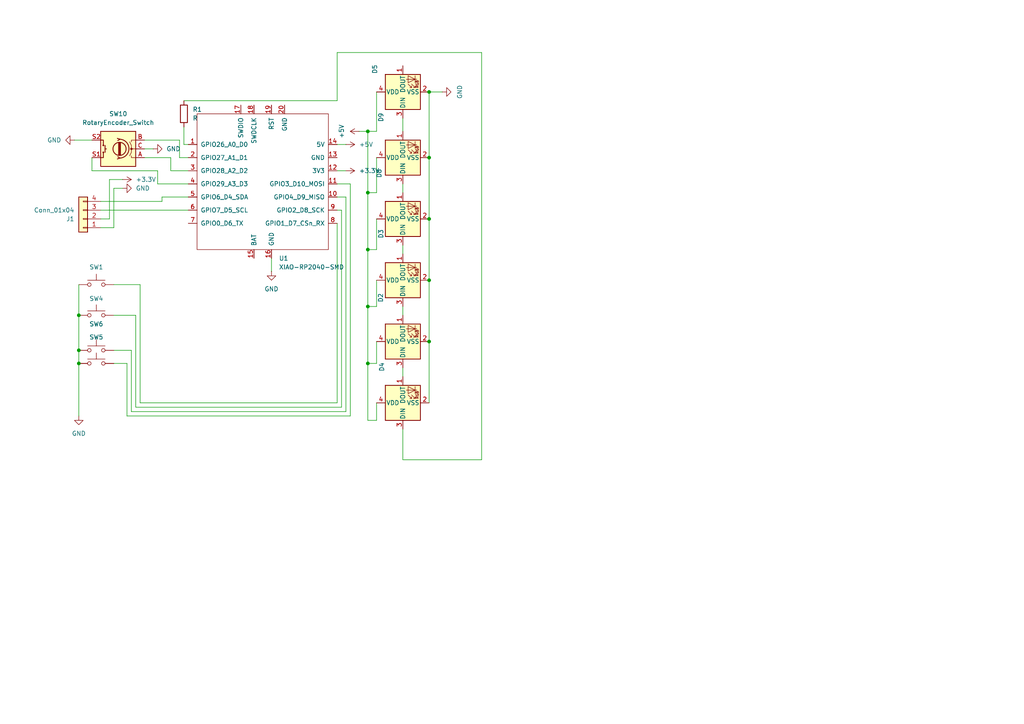
<source format=kicad_sch>
(kicad_sch
	(version 20250114)
	(generator "eeschema")
	(generator_version "9.0")
	(uuid "dbe3d309-a94f-4d05-8297-181c4c6fd959")
	(paper "A4")
	(lib_symbols
		(symbol "Connector_Generic:Conn_01x04"
			(pin_names
				(offset 1.016)
				(hide yes)
			)
			(exclude_from_sim no)
			(in_bom yes)
			(on_board yes)
			(property "Reference" "J"
				(at 0 5.08 0)
				(effects
					(font
						(size 1.27 1.27)
					)
				)
			)
			(property "Value" "Conn_01x04"
				(at 0 -7.62 0)
				(effects
					(font
						(size 1.27 1.27)
					)
				)
			)
			(property "Footprint" ""
				(at 0 0 0)
				(effects
					(font
						(size 1.27 1.27)
					)
					(hide yes)
				)
			)
			(property "Datasheet" "~"
				(at 0 0 0)
				(effects
					(font
						(size 1.27 1.27)
					)
					(hide yes)
				)
			)
			(property "Description" "Generic connector, single row, 01x04, script generated (kicad-library-utils/schlib/autogen/connector/)"
				(at 0 0 0)
				(effects
					(font
						(size 1.27 1.27)
					)
					(hide yes)
				)
			)
			(property "ki_keywords" "connector"
				(at 0 0 0)
				(effects
					(font
						(size 1.27 1.27)
					)
					(hide yes)
				)
			)
			(property "ki_fp_filters" "Connector*:*_1x??_*"
				(at 0 0 0)
				(effects
					(font
						(size 1.27 1.27)
					)
					(hide yes)
				)
			)
			(symbol "Conn_01x04_1_1"
				(rectangle
					(start -1.27 3.81)
					(end 1.27 -6.35)
					(stroke
						(width 0.254)
						(type default)
					)
					(fill
						(type background)
					)
				)
				(rectangle
					(start -1.27 2.667)
					(end 0 2.413)
					(stroke
						(width 0.1524)
						(type default)
					)
					(fill
						(type none)
					)
				)
				(rectangle
					(start -1.27 0.127)
					(end 0 -0.127)
					(stroke
						(width 0.1524)
						(type default)
					)
					(fill
						(type none)
					)
				)
				(rectangle
					(start -1.27 -2.413)
					(end 0 -2.667)
					(stroke
						(width 0.1524)
						(type default)
					)
					(fill
						(type none)
					)
				)
				(rectangle
					(start -1.27 -4.953)
					(end 0 -5.207)
					(stroke
						(width 0.1524)
						(type default)
					)
					(fill
						(type none)
					)
				)
				(pin passive line
					(at -5.08 2.54 0)
					(length 3.81)
					(name "Pin_1"
						(effects
							(font
								(size 1.27 1.27)
							)
						)
					)
					(number "1"
						(effects
							(font
								(size 1.27 1.27)
							)
						)
					)
				)
				(pin passive line
					(at -5.08 0 0)
					(length 3.81)
					(name "Pin_2"
						(effects
							(font
								(size 1.27 1.27)
							)
						)
					)
					(number "2"
						(effects
							(font
								(size 1.27 1.27)
							)
						)
					)
				)
				(pin passive line
					(at -5.08 -2.54 0)
					(length 3.81)
					(name "Pin_3"
						(effects
							(font
								(size 1.27 1.27)
							)
						)
					)
					(number "3"
						(effects
							(font
								(size 1.27 1.27)
							)
						)
					)
				)
				(pin passive line
					(at -5.08 -5.08 0)
					(length 3.81)
					(name "Pin_4"
						(effects
							(font
								(size 1.27 1.27)
							)
						)
					)
					(number "4"
						(effects
							(font
								(size 1.27 1.27)
							)
						)
					)
				)
			)
			(embedded_fonts no)
		)
		(symbol "Device:R"
			(pin_numbers
				(hide yes)
			)
			(pin_names
				(offset 0)
			)
			(exclude_from_sim no)
			(in_bom yes)
			(on_board yes)
			(property "Reference" "R"
				(at 2.032 0 90)
				(effects
					(font
						(size 1.27 1.27)
					)
				)
			)
			(property "Value" "R"
				(at 0 0 90)
				(effects
					(font
						(size 1.27 1.27)
					)
				)
			)
			(property "Footprint" ""
				(at -1.778 0 90)
				(effects
					(font
						(size 1.27 1.27)
					)
					(hide yes)
				)
			)
			(property "Datasheet" "~"
				(at 0 0 0)
				(effects
					(font
						(size 1.27 1.27)
					)
					(hide yes)
				)
			)
			(property "Description" "Resistor"
				(at 0 0 0)
				(effects
					(font
						(size 1.27 1.27)
					)
					(hide yes)
				)
			)
			(property "ki_keywords" "R res resistor"
				(at 0 0 0)
				(effects
					(font
						(size 1.27 1.27)
					)
					(hide yes)
				)
			)
			(property "ki_fp_filters" "R_*"
				(at 0 0 0)
				(effects
					(font
						(size 1.27 1.27)
					)
					(hide yes)
				)
			)
			(symbol "R_0_1"
				(rectangle
					(start -1.016 -2.54)
					(end 1.016 2.54)
					(stroke
						(width 0.254)
						(type default)
					)
					(fill
						(type none)
					)
				)
			)
			(symbol "R_1_1"
				(pin passive line
					(at 0 3.81 270)
					(length 1.27)
					(name "~"
						(effects
							(font
								(size 1.27 1.27)
							)
						)
					)
					(number "1"
						(effects
							(font
								(size 1.27 1.27)
							)
						)
					)
				)
				(pin passive line
					(at 0 -3.81 90)
					(length 1.27)
					(name "~"
						(effects
							(font
								(size 1.27 1.27)
							)
						)
					)
					(number "2"
						(effects
							(font
								(size 1.27 1.27)
							)
						)
					)
				)
			)
			(embedded_fonts no)
		)
		(symbol "Device:RotaryEncoder_Switch"
			(pin_names
				(offset 0.254)
				(hide yes)
			)
			(exclude_from_sim no)
			(in_bom yes)
			(on_board yes)
			(property "Reference" "SW"
				(at 0 6.604 0)
				(effects
					(font
						(size 1.27 1.27)
					)
				)
			)
			(property "Value" "RotaryEncoder_Switch"
				(at 0 -6.604 0)
				(effects
					(font
						(size 1.27 1.27)
					)
				)
			)
			(property "Footprint" ""
				(at -3.81 4.064 0)
				(effects
					(font
						(size 1.27 1.27)
					)
					(hide yes)
				)
			)
			(property "Datasheet" "~"
				(at 0 6.604 0)
				(effects
					(font
						(size 1.27 1.27)
					)
					(hide yes)
				)
			)
			(property "Description" "Rotary encoder, dual channel, incremental quadrate outputs, with switch"
				(at 0 0 0)
				(effects
					(font
						(size 1.27 1.27)
					)
					(hide yes)
				)
			)
			(property "ki_keywords" "rotary switch encoder switch push button"
				(at 0 0 0)
				(effects
					(font
						(size 1.27 1.27)
					)
					(hide yes)
				)
			)
			(property "ki_fp_filters" "RotaryEncoder*Switch*"
				(at 0 0 0)
				(effects
					(font
						(size 1.27 1.27)
					)
					(hide yes)
				)
			)
			(symbol "RotaryEncoder_Switch_0_1"
				(rectangle
					(start -5.08 5.08)
					(end 5.08 -5.08)
					(stroke
						(width 0.254)
						(type default)
					)
					(fill
						(type background)
					)
				)
				(polyline
					(pts
						(xy -5.08 2.54) (xy -3.81 2.54) (xy -3.81 2.032)
					)
					(stroke
						(width 0)
						(type default)
					)
					(fill
						(type none)
					)
				)
				(polyline
					(pts
						(xy -5.08 0) (xy -3.81 0) (xy -3.81 -1.016) (xy -3.302 -2.032)
					)
					(stroke
						(width 0)
						(type default)
					)
					(fill
						(type none)
					)
				)
				(polyline
					(pts
						(xy -5.08 -2.54) (xy -3.81 -2.54) (xy -3.81 -2.032)
					)
					(stroke
						(width 0)
						(type default)
					)
					(fill
						(type none)
					)
				)
				(polyline
					(pts
						(xy -4.318 0) (xy -3.81 0) (xy -3.81 1.016) (xy -3.302 2.032)
					)
					(stroke
						(width 0)
						(type default)
					)
					(fill
						(type none)
					)
				)
				(circle
					(center -3.81 0)
					(radius 0.254)
					(stroke
						(width 0)
						(type default)
					)
					(fill
						(type outline)
					)
				)
				(polyline
					(pts
						(xy -0.635 -1.778) (xy -0.635 1.778)
					)
					(stroke
						(width 0.254)
						(type default)
					)
					(fill
						(type none)
					)
				)
				(circle
					(center -0.381 0)
					(radius 1.905)
					(stroke
						(width 0.254)
						(type default)
					)
					(fill
						(type none)
					)
				)
				(polyline
					(pts
						(xy -0.381 -1.778) (xy -0.381 1.778)
					)
					(stroke
						(width 0.254)
						(type default)
					)
					(fill
						(type none)
					)
				)
				(arc
					(start -0.381 -2.794)
					(mid -3.0988 -0.0635)
					(end -0.381 2.667)
					(stroke
						(width 0.254)
						(type default)
					)
					(fill
						(type none)
					)
				)
				(polyline
					(pts
						(xy -0.127 1.778) (xy -0.127 -1.778)
					)
					(stroke
						(width 0.254)
						(type default)
					)
					(fill
						(type none)
					)
				)
				(polyline
					(pts
						(xy 0.254 2.921) (xy -0.508 2.667) (xy 0.127 2.286)
					)
					(stroke
						(width 0.254)
						(type default)
					)
					(fill
						(type none)
					)
				)
				(polyline
					(pts
						(xy 0.254 -3.048) (xy -0.508 -2.794) (xy 0.127 -2.413)
					)
					(stroke
						(width 0.254)
						(type default)
					)
					(fill
						(type none)
					)
				)
				(polyline
					(pts
						(xy 3.81 1.016) (xy 3.81 -1.016)
					)
					(stroke
						(width 0.254)
						(type default)
					)
					(fill
						(type none)
					)
				)
				(polyline
					(pts
						(xy 3.81 0) (xy 3.429 0)
					)
					(stroke
						(width 0.254)
						(type default)
					)
					(fill
						(type none)
					)
				)
				(circle
					(center 4.318 1.016)
					(radius 0.127)
					(stroke
						(width 0.254)
						(type default)
					)
					(fill
						(type none)
					)
				)
				(circle
					(center 4.318 -1.016)
					(radius 0.127)
					(stroke
						(width 0.254)
						(type default)
					)
					(fill
						(type none)
					)
				)
				(polyline
					(pts
						(xy 5.08 2.54) (xy 4.318 2.54) (xy 4.318 1.016)
					)
					(stroke
						(width 0.254)
						(type default)
					)
					(fill
						(type none)
					)
				)
				(polyline
					(pts
						(xy 5.08 -2.54) (xy 4.318 -2.54) (xy 4.318 -1.016)
					)
					(stroke
						(width 0.254)
						(type default)
					)
					(fill
						(type none)
					)
				)
			)
			(symbol "RotaryEncoder_Switch_1_1"
				(pin passive line
					(at -7.62 2.54 0)
					(length 2.54)
					(name "A"
						(effects
							(font
								(size 1.27 1.27)
							)
						)
					)
					(number "A"
						(effects
							(font
								(size 1.27 1.27)
							)
						)
					)
				)
				(pin passive line
					(at -7.62 0 0)
					(length 2.54)
					(name "C"
						(effects
							(font
								(size 1.27 1.27)
							)
						)
					)
					(number "C"
						(effects
							(font
								(size 1.27 1.27)
							)
						)
					)
				)
				(pin passive line
					(at -7.62 -2.54 0)
					(length 2.54)
					(name "B"
						(effects
							(font
								(size 1.27 1.27)
							)
						)
					)
					(number "B"
						(effects
							(font
								(size 1.27 1.27)
							)
						)
					)
				)
				(pin passive line
					(at 7.62 2.54 180)
					(length 2.54)
					(name "S1"
						(effects
							(font
								(size 1.27 1.27)
							)
						)
					)
					(number "S1"
						(effects
							(font
								(size 1.27 1.27)
							)
						)
					)
				)
				(pin passive line
					(at 7.62 -2.54 180)
					(length 2.54)
					(name "S2"
						(effects
							(font
								(size 1.27 1.27)
							)
						)
					)
					(number "S2"
						(effects
							(font
								(size 1.27 1.27)
							)
						)
					)
				)
			)
			(embedded_fonts no)
		)
		(symbol "LED:SK6812MINI"
			(pin_names
				(offset 0.254)
			)
			(exclude_from_sim no)
			(in_bom yes)
			(on_board yes)
			(property "Reference" "D"
				(at 5.08 5.715 0)
				(effects
					(font
						(size 1.27 1.27)
					)
					(justify right bottom)
				)
			)
			(property "Value" "SK6812MINI"
				(at 1.27 -5.715 0)
				(effects
					(font
						(size 1.27 1.27)
					)
					(justify left top)
				)
			)
			(property "Footprint" "LED_SMD:LED_SK6812MINI_PLCC4_3.5x3.5mm_P1.75mm"
				(at 1.27 -7.62 0)
				(effects
					(font
						(size 1.27 1.27)
					)
					(justify left top)
					(hide yes)
				)
			)
			(property "Datasheet" "https://cdn-shop.adafruit.com/product-files/2686/SK6812MINI_REV.01-1-2.pdf"
				(at 2.54 -9.525 0)
				(effects
					(font
						(size 1.27 1.27)
					)
					(justify left top)
					(hide yes)
				)
			)
			(property "Description" "RGB LED with integrated controller"
				(at 0 0 0)
				(effects
					(font
						(size 1.27 1.27)
					)
					(hide yes)
				)
			)
			(property "ki_keywords" "RGB LED NeoPixel Mini addressable"
				(at 0 0 0)
				(effects
					(font
						(size 1.27 1.27)
					)
					(hide yes)
				)
			)
			(property "ki_fp_filters" "LED*SK6812MINI*PLCC*3.5x3.5mm*P1.75mm*"
				(at 0 0 0)
				(effects
					(font
						(size 1.27 1.27)
					)
					(hide yes)
				)
			)
			(symbol "SK6812MINI_0_0"
				(text "RGB"
					(at 2.286 -4.191 0)
					(effects
						(font
							(size 0.762 0.762)
						)
					)
				)
			)
			(symbol "SK6812MINI_0_1"
				(polyline
					(pts
						(xy 1.27 -2.54) (xy 1.778 -2.54)
					)
					(stroke
						(width 0)
						(type default)
					)
					(fill
						(type none)
					)
				)
				(polyline
					(pts
						(xy 1.27 -3.556) (xy 1.778 -3.556)
					)
					(stroke
						(width 0)
						(type default)
					)
					(fill
						(type none)
					)
				)
				(polyline
					(pts
						(xy 2.286 -1.524) (xy 1.27 -2.54) (xy 1.27 -2.032)
					)
					(stroke
						(width 0)
						(type default)
					)
					(fill
						(type none)
					)
				)
				(polyline
					(pts
						(xy 2.286 -2.54) (xy 1.27 -3.556) (xy 1.27 -3.048)
					)
					(stroke
						(width 0)
						(type default)
					)
					(fill
						(type none)
					)
				)
				(polyline
					(pts
						(xy 3.683 -1.016) (xy 3.683 -3.556) (xy 3.683 -4.064)
					)
					(stroke
						(width 0)
						(type default)
					)
					(fill
						(type none)
					)
				)
				(polyline
					(pts
						(xy 4.699 -1.524) (xy 2.667 -1.524) (xy 3.683 -3.556) (xy 4.699 -1.524)
					)
					(stroke
						(width 0)
						(type default)
					)
					(fill
						(type none)
					)
				)
				(polyline
					(pts
						(xy 4.699 -3.556) (xy 2.667 -3.556)
					)
					(stroke
						(width 0)
						(type default)
					)
					(fill
						(type none)
					)
				)
				(rectangle
					(start 5.08 5.08)
					(end -5.08 -5.08)
					(stroke
						(width 0.254)
						(type default)
					)
					(fill
						(type background)
					)
				)
			)
			(symbol "SK6812MINI_1_1"
				(pin input line
					(at -7.62 0 0)
					(length 2.54)
					(name "DIN"
						(effects
							(font
								(size 1.27 1.27)
							)
						)
					)
					(number "3"
						(effects
							(font
								(size 1.27 1.27)
							)
						)
					)
				)
				(pin power_in line
					(at 0 7.62 270)
					(length 2.54)
					(name "VDD"
						(effects
							(font
								(size 1.27 1.27)
							)
						)
					)
					(number "4"
						(effects
							(font
								(size 1.27 1.27)
							)
						)
					)
				)
				(pin power_in line
					(at 0 -7.62 90)
					(length 2.54)
					(name "VSS"
						(effects
							(font
								(size 1.27 1.27)
							)
						)
					)
					(number "2"
						(effects
							(font
								(size 1.27 1.27)
							)
						)
					)
				)
				(pin output line
					(at 7.62 0 180)
					(length 2.54)
					(name "DOUT"
						(effects
							(font
								(size 1.27 1.27)
							)
						)
					)
					(number "1"
						(effects
							(font
								(size 1.27 1.27)
							)
						)
					)
				)
			)
			(embedded_fonts no)
		)
		(symbol "Switch:SW_Push"
			(pin_numbers
				(hide yes)
			)
			(pin_names
				(offset 1.016)
				(hide yes)
			)
			(exclude_from_sim no)
			(in_bom yes)
			(on_board yes)
			(property "Reference" "SW"
				(at 1.27 2.54 0)
				(effects
					(font
						(size 1.27 1.27)
					)
					(justify left)
				)
			)
			(property "Value" "SW_Push"
				(at 0 -1.524 0)
				(effects
					(font
						(size 1.27 1.27)
					)
				)
			)
			(property "Footprint" ""
				(at 0 5.08 0)
				(effects
					(font
						(size 1.27 1.27)
					)
					(hide yes)
				)
			)
			(property "Datasheet" "~"
				(at 0 5.08 0)
				(effects
					(font
						(size 1.27 1.27)
					)
					(hide yes)
				)
			)
			(property "Description" "Push button switch, generic, two pins"
				(at 0 0 0)
				(effects
					(font
						(size 1.27 1.27)
					)
					(hide yes)
				)
			)
			(property "ki_keywords" "switch normally-open pushbutton push-button"
				(at 0 0 0)
				(effects
					(font
						(size 1.27 1.27)
					)
					(hide yes)
				)
			)
			(symbol "SW_Push_0_1"
				(circle
					(center -2.032 0)
					(radius 0.508)
					(stroke
						(width 0)
						(type default)
					)
					(fill
						(type none)
					)
				)
				(polyline
					(pts
						(xy 0 1.27) (xy 0 3.048)
					)
					(stroke
						(width 0)
						(type default)
					)
					(fill
						(type none)
					)
				)
				(circle
					(center 2.032 0)
					(radius 0.508)
					(stroke
						(width 0)
						(type default)
					)
					(fill
						(type none)
					)
				)
				(polyline
					(pts
						(xy 2.54 1.27) (xy -2.54 1.27)
					)
					(stroke
						(width 0)
						(type default)
					)
					(fill
						(type none)
					)
				)
				(pin passive line
					(at -5.08 0 0)
					(length 2.54)
					(name "1"
						(effects
							(font
								(size 1.27 1.27)
							)
						)
					)
					(number "1"
						(effects
							(font
								(size 1.27 1.27)
							)
						)
					)
				)
				(pin passive line
					(at 5.08 0 180)
					(length 2.54)
					(name "2"
						(effects
							(font
								(size 1.27 1.27)
							)
						)
					)
					(number "2"
						(effects
							(font
								(size 1.27 1.27)
							)
						)
					)
				)
			)
			(embedded_fonts no)
		)
		(symbol "opl:XIAO-RP2040-SMD"
			(pin_names
				(offset 1.016)
			)
			(exclude_from_sim no)
			(in_bom yes)
			(on_board yes)
			(property "Reference" "U"
				(at -18.542 23.114 0)
				(effects
					(font
						(size 1.27 1.27)
					)
				)
			)
			(property "Value" "XIAO-RP2040-SMD"
				(at -8.382 21.336 0)
				(effects
					(font
						(size 1.27 1.27)
					)
				)
			)
			(property "Footprint" ""
				(at -8.89 5.08 0)
				(effects
					(font
						(size 1.27 1.27)
					)
					(hide yes)
				)
			)
			(property "Datasheet" ""
				(at -8.89 5.08 0)
				(effects
					(font
						(size 1.27 1.27)
					)
					(hide yes)
				)
			)
			(property "Description" ""
				(at 0 0 0)
				(effects
					(font
						(size 1.27 1.27)
					)
					(hide yes)
				)
			)
			(symbol "XIAO-RP2040-SMD_0_1"
				(rectangle
					(start 19.05 -19.05)
					(end -19.05 20.32)
					(stroke
						(width 0)
						(type default)
					)
					(fill
						(type none)
					)
				)
			)
			(symbol "XIAO-RP2040-SMD_1_1"
				(pin passive line
					(at -21.59 11.43 0)
					(length 2.54)
					(name "GPIO26_A0_D0"
						(effects
							(font
								(size 1.27 1.27)
							)
						)
					)
					(number "1"
						(effects
							(font
								(size 1.27 1.27)
							)
						)
					)
				)
				(pin passive line
					(at -21.59 7.62 0)
					(length 2.54)
					(name "GPIO27_A1_D1"
						(effects
							(font
								(size 1.27 1.27)
							)
						)
					)
					(number "2"
						(effects
							(font
								(size 1.27 1.27)
							)
						)
					)
				)
				(pin passive line
					(at -21.59 3.81 0)
					(length 2.54)
					(name "GPIO28_A2_D2"
						(effects
							(font
								(size 1.27 1.27)
							)
						)
					)
					(number "3"
						(effects
							(font
								(size 1.27 1.27)
							)
						)
					)
				)
				(pin passive line
					(at -21.59 0 0)
					(length 2.54)
					(name "GPIO29_A3_D3"
						(effects
							(font
								(size 1.27 1.27)
							)
						)
					)
					(number "4"
						(effects
							(font
								(size 1.27 1.27)
							)
						)
					)
				)
				(pin passive line
					(at -21.59 -3.81 0)
					(length 2.54)
					(name "GPIO6_D4_SDA"
						(effects
							(font
								(size 1.27 1.27)
							)
						)
					)
					(number "5"
						(effects
							(font
								(size 1.27 1.27)
							)
						)
					)
				)
				(pin passive line
					(at -21.59 -7.62 0)
					(length 2.54)
					(name "GPIO7_D5_SCL"
						(effects
							(font
								(size 1.27 1.27)
							)
						)
					)
					(number "6"
						(effects
							(font
								(size 1.27 1.27)
							)
						)
					)
				)
				(pin passive line
					(at -21.59 -11.43 0)
					(length 2.54)
					(name "GPIO0_D6_TX"
						(effects
							(font
								(size 1.27 1.27)
							)
						)
					)
					(number "7"
						(effects
							(font
								(size 1.27 1.27)
							)
						)
					)
				)
				(pin passive line
					(at -6.35 22.86 270)
					(length 2.54)
					(name "SWDIO"
						(effects
							(font
								(size 1.27 1.27)
							)
						)
					)
					(number "17"
						(effects
							(font
								(size 1.27 1.27)
							)
						)
					)
				)
				(pin passive line
					(at -2.54 22.86 270)
					(length 2.54)
					(name "SWDCLK"
						(effects
							(font
								(size 1.27 1.27)
							)
						)
					)
					(number "18"
						(effects
							(font
								(size 1.27 1.27)
							)
						)
					)
				)
				(pin passive line
					(at -2.54 -21.59 90)
					(length 2.54)
					(name "BAT"
						(effects
							(font
								(size 1.27 1.27)
							)
						)
					)
					(number "15"
						(effects
							(font
								(size 1.27 1.27)
							)
						)
					)
				)
				(pin passive line
					(at 2.54 22.86 270)
					(length 2.54)
					(name "RST"
						(effects
							(font
								(size 1.27 1.27)
							)
						)
					)
					(number "19"
						(effects
							(font
								(size 1.27 1.27)
							)
						)
					)
				)
				(pin passive line
					(at 2.54 -21.59 90)
					(length 2.54)
					(name "GND"
						(effects
							(font
								(size 1.27 1.27)
							)
						)
					)
					(number "16"
						(effects
							(font
								(size 1.27 1.27)
							)
						)
					)
				)
				(pin passive line
					(at 6.35 22.86 270)
					(length 2.54)
					(name "GND"
						(effects
							(font
								(size 1.27 1.27)
							)
						)
					)
					(number "20"
						(effects
							(font
								(size 1.27 1.27)
							)
						)
					)
				)
				(pin passive line
					(at 21.59 11.43 180)
					(length 2.54)
					(name "5V"
						(effects
							(font
								(size 1.27 1.27)
							)
						)
					)
					(number "14"
						(effects
							(font
								(size 1.27 1.27)
							)
						)
					)
				)
				(pin passive line
					(at 21.59 7.62 180)
					(length 2.54)
					(name "GND"
						(effects
							(font
								(size 1.27 1.27)
							)
						)
					)
					(number "13"
						(effects
							(font
								(size 1.27 1.27)
							)
						)
					)
				)
				(pin passive line
					(at 21.59 3.81 180)
					(length 2.54)
					(name "3V3"
						(effects
							(font
								(size 1.27 1.27)
							)
						)
					)
					(number "12"
						(effects
							(font
								(size 1.27 1.27)
							)
						)
					)
				)
				(pin passive line
					(at 21.59 0 180)
					(length 2.54)
					(name "GPIO3_D10_MOSI"
						(effects
							(font
								(size 1.27 1.27)
							)
						)
					)
					(number "11"
						(effects
							(font
								(size 1.27 1.27)
							)
						)
					)
				)
				(pin passive line
					(at 21.59 -3.81 180)
					(length 2.54)
					(name "GPIO4_D9_MISO"
						(effects
							(font
								(size 1.27 1.27)
							)
						)
					)
					(number "10"
						(effects
							(font
								(size 1.27 1.27)
							)
						)
					)
				)
				(pin passive line
					(at 21.59 -7.62 180)
					(length 2.54)
					(name "GPIO2_D8_SCK"
						(effects
							(font
								(size 1.27 1.27)
							)
						)
					)
					(number "9"
						(effects
							(font
								(size 1.27 1.27)
							)
						)
					)
				)
				(pin passive line
					(at 21.59 -11.43 180)
					(length 2.54)
					(name "GPIO1_D7_CSn_RX"
						(effects
							(font
								(size 1.27 1.27)
							)
						)
					)
					(number "8"
						(effects
							(font
								(size 1.27 1.27)
							)
						)
					)
				)
			)
			(embedded_fonts no)
		)
		(symbol "power:+3.3V"
			(power)
			(pin_numbers
				(hide yes)
			)
			(pin_names
				(offset 0)
				(hide yes)
			)
			(exclude_from_sim no)
			(in_bom yes)
			(on_board yes)
			(property "Reference" "#PWR"
				(at 0 -3.81 0)
				(effects
					(font
						(size 1.27 1.27)
					)
					(hide yes)
				)
			)
			(property "Value" "+3.3V"
				(at 0 3.556 0)
				(effects
					(font
						(size 1.27 1.27)
					)
				)
			)
			(property "Footprint" ""
				(at 0 0 0)
				(effects
					(font
						(size 1.27 1.27)
					)
					(hide yes)
				)
			)
			(property "Datasheet" ""
				(at 0 0 0)
				(effects
					(font
						(size 1.27 1.27)
					)
					(hide yes)
				)
			)
			(property "Description" "Power symbol creates a global label with name \"+3.3V\""
				(at 0 0 0)
				(effects
					(font
						(size 1.27 1.27)
					)
					(hide yes)
				)
			)
			(property "ki_keywords" "global power"
				(at 0 0 0)
				(effects
					(font
						(size 1.27 1.27)
					)
					(hide yes)
				)
			)
			(symbol "+3.3V_0_1"
				(polyline
					(pts
						(xy -0.762 1.27) (xy 0 2.54)
					)
					(stroke
						(width 0)
						(type default)
					)
					(fill
						(type none)
					)
				)
				(polyline
					(pts
						(xy 0 2.54) (xy 0.762 1.27)
					)
					(stroke
						(width 0)
						(type default)
					)
					(fill
						(type none)
					)
				)
				(polyline
					(pts
						(xy 0 0) (xy 0 2.54)
					)
					(stroke
						(width 0)
						(type default)
					)
					(fill
						(type none)
					)
				)
			)
			(symbol "+3.3V_1_1"
				(pin power_in line
					(at 0 0 90)
					(length 0)
					(name "~"
						(effects
							(font
								(size 1.27 1.27)
							)
						)
					)
					(number "1"
						(effects
							(font
								(size 1.27 1.27)
							)
						)
					)
				)
			)
			(embedded_fonts no)
		)
		(symbol "power:+5V"
			(power)
			(pin_numbers
				(hide yes)
			)
			(pin_names
				(offset 0)
				(hide yes)
			)
			(exclude_from_sim no)
			(in_bom yes)
			(on_board yes)
			(property "Reference" "#PWR"
				(at 0 -3.81 0)
				(effects
					(font
						(size 1.27 1.27)
					)
					(hide yes)
				)
			)
			(property "Value" "+5V"
				(at 0 3.556 0)
				(effects
					(font
						(size 1.27 1.27)
					)
				)
			)
			(property "Footprint" ""
				(at 0 0 0)
				(effects
					(font
						(size 1.27 1.27)
					)
					(hide yes)
				)
			)
			(property "Datasheet" ""
				(at 0 0 0)
				(effects
					(font
						(size 1.27 1.27)
					)
					(hide yes)
				)
			)
			(property "Description" "Power symbol creates a global label with name \"+5V\""
				(at 0 0 0)
				(effects
					(font
						(size 1.27 1.27)
					)
					(hide yes)
				)
			)
			(property "ki_keywords" "global power"
				(at 0 0 0)
				(effects
					(font
						(size 1.27 1.27)
					)
					(hide yes)
				)
			)
			(symbol "+5V_0_1"
				(polyline
					(pts
						(xy -0.762 1.27) (xy 0 2.54)
					)
					(stroke
						(width 0)
						(type default)
					)
					(fill
						(type none)
					)
				)
				(polyline
					(pts
						(xy 0 2.54) (xy 0.762 1.27)
					)
					(stroke
						(width 0)
						(type default)
					)
					(fill
						(type none)
					)
				)
				(polyline
					(pts
						(xy 0 0) (xy 0 2.54)
					)
					(stroke
						(width 0)
						(type default)
					)
					(fill
						(type none)
					)
				)
			)
			(symbol "+5V_1_1"
				(pin power_in line
					(at 0 0 90)
					(length 0)
					(name "~"
						(effects
							(font
								(size 1.27 1.27)
							)
						)
					)
					(number "1"
						(effects
							(font
								(size 1.27 1.27)
							)
						)
					)
				)
			)
			(embedded_fonts no)
		)
		(symbol "power:GND"
			(power)
			(pin_numbers
				(hide yes)
			)
			(pin_names
				(offset 0)
				(hide yes)
			)
			(exclude_from_sim no)
			(in_bom yes)
			(on_board yes)
			(property "Reference" "#PWR"
				(at 0 -6.35 0)
				(effects
					(font
						(size 1.27 1.27)
					)
					(hide yes)
				)
			)
			(property "Value" "GND"
				(at 0 -3.81 0)
				(effects
					(font
						(size 1.27 1.27)
					)
				)
			)
			(property "Footprint" ""
				(at 0 0 0)
				(effects
					(font
						(size 1.27 1.27)
					)
					(hide yes)
				)
			)
			(property "Datasheet" ""
				(at 0 0 0)
				(effects
					(font
						(size 1.27 1.27)
					)
					(hide yes)
				)
			)
			(property "Description" "Power symbol creates a global label with name \"GND\" , ground"
				(at 0 0 0)
				(effects
					(font
						(size 1.27 1.27)
					)
					(hide yes)
				)
			)
			(property "ki_keywords" "global power"
				(at 0 0 0)
				(effects
					(font
						(size 1.27 1.27)
					)
					(hide yes)
				)
			)
			(symbol "GND_0_1"
				(polyline
					(pts
						(xy 0 0) (xy 0 -1.27) (xy 1.27 -1.27) (xy 0 -2.54) (xy -1.27 -1.27) (xy 0 -1.27)
					)
					(stroke
						(width 0)
						(type default)
					)
					(fill
						(type none)
					)
				)
			)
			(symbol "GND_1_1"
				(pin power_in line
					(at 0 0 270)
					(length 0)
					(name "~"
						(effects
							(font
								(size 1.27 1.27)
							)
						)
					)
					(number "1"
						(effects
							(font
								(size 1.27 1.27)
							)
						)
					)
				)
			)
			(embedded_fonts no)
		)
	)
	(junction
		(at 22.86 105.41)
		(diameter 0)
		(color 0 0 0 0)
		(uuid "090c8155-4c0d-42ca-ad7e-7ade11248341")
	)
	(junction
		(at 106.68 55.88)
		(diameter 0)
		(color 0 0 0 0)
		(uuid "1495eaa1-94ee-4b21-b55a-98e335495c73")
	)
	(junction
		(at 106.68 38.1)
		(diameter 0)
		(color 0 0 0 0)
		(uuid "15209a67-3aa3-4f0e-8266-4d39a1e24287")
	)
	(junction
		(at 124.46 99.06)
		(diameter 0)
		(color 0 0 0 0)
		(uuid "404c0246-bfb5-4b58-9816-9a49734239f7")
	)
	(junction
		(at 124.46 26.67)
		(diameter 0)
		(color 0 0 0 0)
		(uuid "4e8c26d7-34f9-4e0f-8863-ae94d1af7f32")
	)
	(junction
		(at 124.46 45.72)
		(diameter 0)
		(color 0 0 0 0)
		(uuid "5217f442-a5ea-47d3-b410-b384922090d7")
	)
	(junction
		(at 106.68 88.9)
		(diameter 0)
		(color 0 0 0 0)
		(uuid "8bf042fc-02a4-46ad-9a5b-d22927e4a50d")
	)
	(junction
		(at 106.68 72.39)
		(diameter 0)
		(color 0 0 0 0)
		(uuid "8c6d91a7-2add-4a94-b8d7-5cd5a1f419b3")
	)
	(junction
		(at 124.46 81.28)
		(diameter 0)
		(color 0 0 0 0)
		(uuid "92e1624e-8f2b-4952-b134-39f658a2f456")
	)
	(junction
		(at 106.68 105.41)
		(diameter 0)
		(color 0 0 0 0)
		(uuid "c010d2d8-196e-499f-a2a7-9e8f45afbd50")
	)
	(junction
		(at 22.86 91.44)
		(diameter 0)
		(color 0 0 0 0)
		(uuid "dd9a6e2e-f3d8-41cf-a70c-a2e0757c527a")
	)
	(junction
		(at 124.46 63.5)
		(diameter 0)
		(color 0 0 0 0)
		(uuid "e9808805-02fe-4460-b69f-ca37b44a4fdd")
	)
	(junction
		(at 22.86 101.6)
		(diameter 0)
		(color 0 0 0 0)
		(uuid "ffe8b335-fc1b-442f-8141-0d916d6ad2cd")
	)
	(wire
		(pts
			(xy 53.34 36.83) (xy 53.34 41.91)
		)
		(stroke
			(width 0)
			(type default)
		)
		(uuid "03982af3-3f85-41ad-a836-31594cc3f3af")
	)
	(wire
		(pts
			(xy 124.46 81.28) (xy 124.46 63.5)
		)
		(stroke
			(width 0)
			(type default)
		)
		(uuid "0456281e-dd54-43c7-a4bf-8930bb0a7505")
	)
	(wire
		(pts
			(xy 40.64 116.84) (xy 97.79 116.84)
		)
		(stroke
			(width 0)
			(type default)
		)
		(uuid "0508a3f9-dc06-4ebb-bc97-a040accb2042")
	)
	(wire
		(pts
			(xy 106.68 88.9) (xy 106.68 105.41)
		)
		(stroke
			(width 0)
			(type default)
		)
		(uuid "062e5e95-e8fe-4def-9469-0a4f8ea09a93")
	)
	(wire
		(pts
			(xy 41.91 43.18) (xy 44.45 43.18)
		)
		(stroke
			(width 0)
			(type default)
		)
		(uuid "0aa46fcd-ac5c-4e32-8ad3-9147e982d1a4")
	)
	(wire
		(pts
			(xy 124.46 99.06) (xy 124.46 81.28)
		)
		(stroke
			(width 0)
			(type default)
		)
		(uuid "0e0c3857-1ff2-4202-b0ba-a268c7e02aa1")
	)
	(wire
		(pts
			(xy 41.91 40.64) (xy 52.07 40.64)
		)
		(stroke
			(width 0)
			(type default)
		)
		(uuid "0ee3d952-cf29-4c4e-b15b-8b6192ab2e10")
	)
	(wire
		(pts
			(xy 116.84 38.1) (xy 116.84 34.29)
		)
		(stroke
			(width 0)
			(type default)
		)
		(uuid "10496f06-408a-45ce-a94e-72ff241db15e")
	)
	(wire
		(pts
			(xy 29.21 58.42) (xy 46.99 58.42)
		)
		(stroke
			(width 0)
			(type default)
		)
		(uuid "1223b29d-7149-4f00-8a90-aed4329e2102")
	)
	(wire
		(pts
			(xy 45.72 53.34) (xy 54.61 53.34)
		)
		(stroke
			(width 0)
			(type default)
		)
		(uuid "136ab96d-9419-4e10-a41f-22bfa9ab8c20")
	)
	(wire
		(pts
			(xy 49.53 45.72) (xy 49.53 49.53)
		)
		(stroke
			(width 0)
			(type default)
		)
		(uuid "16e70468-05c4-427f-b8e5-bd3e79bc24bf")
	)
	(wire
		(pts
			(xy 22.86 101.6) (xy 22.86 105.41)
		)
		(stroke
			(width 0)
			(type default)
		)
		(uuid "17c2cfc4-e2aa-4fe0-a32d-755d8179172d")
	)
	(wire
		(pts
			(xy 53.34 41.91) (xy 54.61 41.91)
		)
		(stroke
			(width 0)
			(type default)
		)
		(uuid "19164fc4-62f6-4094-a58e-7041402e7282")
	)
	(wire
		(pts
			(xy 33.02 105.41) (xy 36.83 105.41)
		)
		(stroke
			(width 0)
			(type default)
		)
		(uuid "19a1616f-3ee8-42c3-a4d9-3b349734b326")
	)
	(wire
		(pts
			(xy 124.46 45.72) (xy 124.46 26.67)
		)
		(stroke
			(width 0)
			(type default)
		)
		(uuid "1adcd40b-1337-4d53-9bd7-ac43768f14cc")
	)
	(wire
		(pts
			(xy 100.33 57.15) (xy 97.79 57.15)
		)
		(stroke
			(width 0)
			(type default)
		)
		(uuid "1ea445a4-36ab-4a46-ace3-cb1085ed8e0c")
	)
	(wire
		(pts
			(xy 109.22 63.5) (xy 109.22 72.39)
		)
		(stroke
			(width 0)
			(type default)
		)
		(uuid "20f2647b-6f19-42a5-9c73-7798ef550169")
	)
	(wire
		(pts
			(xy 33.02 66.04) (xy 29.21 66.04)
		)
		(stroke
			(width 0)
			(type default)
		)
		(uuid "25256b4b-91b5-493a-8b7d-89ffdf55739d")
	)
	(wire
		(pts
			(xy 22.86 105.41) (xy 22.86 120.65)
		)
		(stroke
			(width 0)
			(type default)
		)
		(uuid "25a0aeb7-7607-4bae-a936-6acbfadb10b0")
	)
	(wire
		(pts
			(xy 33.02 54.61) (xy 35.56 54.61)
		)
		(stroke
			(width 0)
			(type default)
		)
		(uuid "2699aa89-4061-4591-a1a0-3ce135bae58b")
	)
	(wire
		(pts
			(xy 106.68 72.39) (xy 106.68 88.9)
		)
		(stroke
			(width 0)
			(type default)
		)
		(uuid "2a0e72f4-699e-4899-892b-65d2ad2009b2")
	)
	(wire
		(pts
			(xy 33.02 82.55) (xy 40.64 82.55)
		)
		(stroke
			(width 0)
			(type default)
		)
		(uuid "2ea16b0c-f7b9-47df-81bd-351458e98d0a")
	)
	(wire
		(pts
			(xy 31.75 63.5) (xy 31.75 52.07)
		)
		(stroke
			(width 0)
			(type default)
		)
		(uuid "2ed6459e-fea2-4300-93be-5a85f5247555")
	)
	(wire
		(pts
			(xy 116.84 109.22) (xy 116.84 106.68)
		)
		(stroke
			(width 0)
			(type default)
		)
		(uuid "2f2ea8f7-d9fb-4f4a-a93d-1b19189b5c5c")
	)
	(wire
		(pts
			(xy 124.46 26.67) (xy 128.27 26.67)
		)
		(stroke
			(width 0)
			(type default)
		)
		(uuid "2f95d017-e129-4d49-b951-fdc76d99ecdc")
	)
	(wire
		(pts
			(xy 36.83 120.65) (xy 101.6 120.65)
		)
		(stroke
			(width 0)
			(type default)
		)
		(uuid "368b0604-0145-4315-a2ea-4add894ae45a")
	)
	(wire
		(pts
			(xy 33.02 91.44) (xy 39.37 91.44)
		)
		(stroke
			(width 0)
			(type default)
		)
		(uuid "399b2f8c-32dd-4fdc-8251-04335e6cbae2")
	)
	(wire
		(pts
			(xy 36.83 105.41) (xy 36.83 120.65)
		)
		(stroke
			(width 0)
			(type default)
		)
		(uuid "3c17fff2-c60f-424b-a0db-b9c51fcc272c")
	)
	(wire
		(pts
			(xy 97.79 15.24) (xy 97.79 29.21)
		)
		(stroke
			(width 0)
			(type default)
		)
		(uuid "3cdf1117-a4ff-482c-93c4-49662f1396b7")
	)
	(wire
		(pts
			(xy 139.7 133.35) (xy 116.84 133.35)
		)
		(stroke
			(width 0)
			(type default)
		)
		(uuid "47f4be61-67c9-4300-93e8-fa5c6333910b")
	)
	(wire
		(pts
			(xy 46.99 58.42) (xy 46.99 57.15)
		)
		(stroke
			(width 0)
			(type default)
		)
		(uuid "48843992-f906-4de1-8c3c-13158093c800")
	)
	(wire
		(pts
			(xy 97.79 29.21) (xy 53.34 29.21)
		)
		(stroke
			(width 0)
			(type default)
		)
		(uuid "4a3aefbd-8dcb-46e4-bcc9-1fb5da85fe61")
	)
	(wire
		(pts
			(xy 45.72 49.53) (xy 45.72 53.34)
		)
		(stroke
			(width 0)
			(type default)
		)
		(uuid "50a56fde-7a1e-4a4e-9f30-5f95ea6b9596")
	)
	(wire
		(pts
			(xy 109.22 26.67) (xy 109.22 38.1)
		)
		(stroke
			(width 0)
			(type default)
		)
		(uuid "51bc1fe5-bbbf-44b5-ae29-3e4161c1b889")
	)
	(wire
		(pts
			(xy 109.22 45.72) (xy 109.22 55.88)
		)
		(stroke
			(width 0)
			(type default)
		)
		(uuid "522be781-e5b1-49df-9ccf-d28086941d74")
	)
	(wire
		(pts
			(xy 99.06 118.11) (xy 99.06 60.96)
		)
		(stroke
			(width 0)
			(type default)
		)
		(uuid "55787a45-65cd-4d71-a7b2-50ba7ca63e25")
	)
	(wire
		(pts
			(xy 109.22 105.41) (xy 106.68 105.41)
		)
		(stroke
			(width 0)
			(type default)
		)
		(uuid "5bb1d5d0-630a-4de8-9dff-21dddf07e99c")
	)
	(wire
		(pts
			(xy 109.22 81.28) (xy 109.22 88.9)
		)
		(stroke
			(width 0)
			(type default)
		)
		(uuid "5bc10430-2ce3-48b4-806a-946f8b31b16d")
	)
	(wire
		(pts
			(xy 40.64 82.55) (xy 40.64 116.84)
		)
		(stroke
			(width 0)
			(type default)
		)
		(uuid "5c0dbcfc-3c71-4f37-908b-77eeb9d3c2c5")
	)
	(wire
		(pts
			(xy 124.46 63.5) (xy 124.46 45.72)
		)
		(stroke
			(width 0)
			(type default)
		)
		(uuid "68fc85a1-56cb-4e74-a4d0-8e6104015396")
	)
	(wire
		(pts
			(xy 31.75 63.5) (xy 29.21 63.5)
		)
		(stroke
			(width 0)
			(type default)
		)
		(uuid "6995dd2a-0f2a-48de-9b05-95f15b7bf166")
	)
	(wire
		(pts
			(xy 97.79 116.84) (xy 97.79 64.77)
		)
		(stroke
			(width 0)
			(type default)
		)
		(uuid "6ae88ac4-e3ce-4422-ab61-007f6b83be9d")
	)
	(wire
		(pts
			(xy 38.1 119.38) (xy 100.33 119.38)
		)
		(stroke
			(width 0)
			(type default)
		)
		(uuid "6f29dfbf-ed19-4201-9e47-f97a239ba249")
	)
	(wire
		(pts
			(xy 49.53 49.53) (xy 54.61 49.53)
		)
		(stroke
			(width 0)
			(type default)
		)
		(uuid "70cc777c-7b34-429c-b1ae-0c198f0e4b46")
	)
	(wire
		(pts
			(xy 109.22 121.92) (xy 106.68 121.92)
		)
		(stroke
			(width 0)
			(type default)
		)
		(uuid "73a29282-fcf1-4bbc-a3dc-b5ae6ecd2db0")
	)
	(wire
		(pts
			(xy 97.79 41.91) (xy 100.33 41.91)
		)
		(stroke
			(width 0)
			(type default)
		)
		(uuid "74453289-f982-4c7d-8628-e08eb3078823")
	)
	(wire
		(pts
			(xy 106.68 55.88) (xy 106.68 38.1)
		)
		(stroke
			(width 0)
			(type default)
		)
		(uuid "7c0ac0b7-d6fa-4abe-82bd-e66121e79346")
	)
	(wire
		(pts
			(xy 39.37 118.11) (xy 99.06 118.11)
		)
		(stroke
			(width 0)
			(type default)
		)
		(uuid "7dae5bd4-761a-4544-a59f-57eb270923c5")
	)
	(wire
		(pts
			(xy 52.07 40.64) (xy 52.07 45.72)
		)
		(stroke
			(width 0)
			(type default)
		)
		(uuid "8986181a-4ca0-41bc-8f17-d7b0422a3e30")
	)
	(wire
		(pts
			(xy 109.22 55.88) (xy 106.68 55.88)
		)
		(stroke
			(width 0)
			(type default)
		)
		(uuid "8e133263-e7e9-4729-9932-dbfca0e6ade9")
	)
	(wire
		(pts
			(xy 41.91 45.72) (xy 49.53 45.72)
		)
		(stroke
			(width 0)
			(type default)
		)
		(uuid "908b3655-c92f-45d3-b0b4-6c738df6fb12")
	)
	(wire
		(pts
			(xy 33.02 66.04) (xy 33.02 54.61)
		)
		(stroke
			(width 0)
			(type default)
		)
		(uuid "91f711ef-a3d0-4302-91d1-996569d95225")
	)
	(wire
		(pts
			(xy 97.79 49.53) (xy 100.33 49.53)
		)
		(stroke
			(width 0)
			(type default)
		)
		(uuid "957ff808-f8ff-4cb4-9801-8432d6aa3c02")
	)
	(wire
		(pts
			(xy 26.67 45.72) (xy 26.67 49.53)
		)
		(stroke
			(width 0)
			(type default)
		)
		(uuid "971322a8-4b75-4214-b656-9e12cd019e93")
	)
	(wire
		(pts
			(xy 116.84 55.88) (xy 116.84 53.34)
		)
		(stroke
			(width 0)
			(type default)
		)
		(uuid "97740126-4640-449f-9d96-ec51d270741c")
	)
	(wire
		(pts
			(xy 97.79 15.24) (xy 139.7 15.24)
		)
		(stroke
			(width 0)
			(type default)
		)
		(uuid "97ebd42b-172a-4b7a-a156-a48dcac37f03")
	)
	(wire
		(pts
			(xy 116.84 91.44) (xy 116.84 88.9)
		)
		(stroke
			(width 0)
			(type default)
		)
		(uuid "9c11797b-0589-443d-bfc2-dde8c985f0b8")
	)
	(wire
		(pts
			(xy 26.67 49.53) (xy 45.72 49.53)
		)
		(stroke
			(width 0)
			(type default)
		)
		(uuid "a4970092-f5cc-4312-b60f-66d7de3e7bdf")
	)
	(wire
		(pts
			(xy 31.75 52.07) (xy 35.56 52.07)
		)
		(stroke
			(width 0)
			(type default)
		)
		(uuid "a654497d-37cc-4b54-82cb-e448b6446b18")
	)
	(wire
		(pts
			(xy 139.7 15.24) (xy 139.7 133.35)
		)
		(stroke
			(width 0)
			(type default)
		)
		(uuid "a9bd66a0-bc50-4523-99e0-a8cb20da218b")
	)
	(wire
		(pts
			(xy 109.22 72.39) (xy 106.68 72.39)
		)
		(stroke
			(width 0)
			(type default)
		)
		(uuid "ad652bb7-0012-4726-ab38-a473463f3c17")
	)
	(wire
		(pts
			(xy 22.86 82.55) (xy 22.86 91.44)
		)
		(stroke
			(width 0)
			(type default)
		)
		(uuid "adc694f7-ef41-4189-bc1a-7a59aabe6f4e")
	)
	(wire
		(pts
			(xy 116.84 124.46) (xy 116.84 133.35)
		)
		(stroke
			(width 0)
			(type default)
		)
		(uuid "af1491be-568a-4b24-97c5-96a35a0f54e3")
	)
	(wire
		(pts
			(xy 39.37 91.44) (xy 39.37 118.11)
		)
		(stroke
			(width 0)
			(type default)
		)
		(uuid "b0ef098a-683c-412f-88c7-f30f920ba0d5")
	)
	(wire
		(pts
			(xy 21.59 40.64) (xy 26.67 40.64)
		)
		(stroke
			(width 0)
			(type default)
		)
		(uuid "b9149ec6-d0ea-4f49-b866-2d4cb72b9a32")
	)
	(wire
		(pts
			(xy 46.99 57.15) (xy 54.61 57.15)
		)
		(stroke
			(width 0)
			(type default)
		)
		(uuid "bb48d1dc-bd2b-4ac3-bd00-d62b053f4890")
	)
	(wire
		(pts
			(xy 109.22 116.84) (xy 109.22 121.92)
		)
		(stroke
			(width 0)
			(type default)
		)
		(uuid "c0078c35-3e63-4c9f-b487-96d2ab07f64f")
	)
	(wire
		(pts
			(xy 109.22 99.06) (xy 109.22 105.41)
		)
		(stroke
			(width 0)
			(type default)
		)
		(uuid "c0c58f01-779c-4f98-9b6c-3ada5ff4e114")
	)
	(wire
		(pts
			(xy 33.02 101.6) (xy 38.1 101.6)
		)
		(stroke
			(width 0)
			(type default)
		)
		(uuid "c0e4104f-6ba1-449f-836c-6081f397aa83")
	)
	(wire
		(pts
			(xy 100.33 119.38) (xy 100.33 57.15)
		)
		(stroke
			(width 0)
			(type default)
		)
		(uuid "c176d46d-18f4-4936-a481-760cc7d7eb2c")
	)
	(wire
		(pts
			(xy 104.14 38.1) (xy 106.68 38.1)
		)
		(stroke
			(width 0)
			(type default)
		)
		(uuid "db4f8cf7-655d-4b0e-9540-143b97e2daec")
	)
	(wire
		(pts
			(xy 101.6 120.65) (xy 101.6 53.34)
		)
		(stroke
			(width 0)
			(type default)
		)
		(uuid "e1e5569c-0c5e-4378-8628-47d6ac737590")
	)
	(wire
		(pts
			(xy 22.86 91.44) (xy 22.86 101.6)
		)
		(stroke
			(width 0)
			(type default)
		)
		(uuid "e2608340-4bdd-4b76-9b24-6a6e457555f2")
	)
	(wire
		(pts
			(xy 106.68 105.41) (xy 106.68 121.92)
		)
		(stroke
			(width 0)
			(type default)
		)
		(uuid "e36472de-dbf7-4f35-a074-cb04a85e0d31")
	)
	(wire
		(pts
			(xy 101.6 53.34) (xy 97.79 53.34)
		)
		(stroke
			(width 0)
			(type default)
		)
		(uuid "eaf7ae01-1593-45a8-8e50-36c061b41e8c")
	)
	(wire
		(pts
			(xy 106.68 55.88) (xy 106.68 72.39)
		)
		(stroke
			(width 0)
			(type default)
		)
		(uuid "eba37fd4-107f-4f41-988e-ea977868f061")
	)
	(wire
		(pts
			(xy 116.84 73.66) (xy 116.84 71.12)
		)
		(stroke
			(width 0)
			(type default)
		)
		(uuid "eed8f3d2-2324-4ae3-b73d-a045e0a25a4e")
	)
	(wire
		(pts
			(xy 29.21 60.96) (xy 54.61 60.96)
		)
		(stroke
			(width 0)
			(type default)
		)
		(uuid "effd31ab-3014-4b42-866d-ea96b12f15c4")
	)
	(wire
		(pts
			(xy 78.74 74.93) (xy 78.74 78.74)
		)
		(stroke
			(width 0)
			(type default)
		)
		(uuid "f20e556a-1f3e-4fe4-8e06-c0927f7bd32f")
	)
	(wire
		(pts
			(xy 109.22 38.1) (xy 106.68 38.1)
		)
		(stroke
			(width 0)
			(type default)
		)
		(uuid "f48e2a92-ff31-444d-8dfa-f952c53d7554")
	)
	(wire
		(pts
			(xy 38.1 101.6) (xy 38.1 119.38)
		)
		(stroke
			(width 0)
			(type default)
		)
		(uuid "f7b28095-7f2d-41b9-96e9-d27517b4da9f")
	)
	(wire
		(pts
			(xy 52.07 45.72) (xy 54.61 45.72)
		)
		(stroke
			(width 0)
			(type default)
		)
		(uuid "f7baa144-c69e-459f-b995-cae6708996c0")
	)
	(wire
		(pts
			(xy 97.79 60.96) (xy 99.06 60.96)
		)
		(stroke
			(width 0)
			(type default)
		)
		(uuid "f8b5f501-9613-4ed7-bc2d-72bebef4cfb9")
	)
	(wire
		(pts
			(xy 124.46 116.84) (xy 124.46 99.06)
		)
		(stroke
			(width 0)
			(type default)
		)
		(uuid "fa038098-628d-45b6-839c-b6ba59f713c0")
	)
	(wire
		(pts
			(xy 109.22 88.9) (xy 106.68 88.9)
		)
		(stroke
			(width 0)
			(type default)
		)
		(uuid "ff16fa5d-0a5f-4626-b826-5b6e64cd0033")
	)
	(symbol
		(lib_id "power:GND")
		(at 44.45 43.18 90)
		(unit 1)
		(exclude_from_sim no)
		(in_bom yes)
		(on_board yes)
		(dnp no)
		(fields_autoplaced yes)
		(uuid "0dbccdab-6da7-4659-baad-6e2d4518fe7d")
		(property "Reference" "#PWR06"
			(at 50.8 43.18 0)
			(effects
				(font
					(size 1.27 1.27)
				)
				(hide yes)
			)
		)
		(property "Value" "GND"
			(at 48.26 43.1799 90)
			(effects
				(font
					(size 1.27 1.27)
				)
				(justify right)
			)
		)
		(property "Footprint" ""
			(at 44.45 43.18 0)
			(effects
				(font
					(size 1.27 1.27)
				)
				(hide yes)
			)
		)
		(property "Datasheet" ""
			(at 44.45 43.18 0)
			(effects
				(font
					(size 1.27 1.27)
				)
				(hide yes)
			)
		)
		(property "Description" "Power symbol creates a global label with name \"GND\" , ground"
			(at 44.45 43.18 0)
			(effects
				(font
					(size 1.27 1.27)
				)
				(hide yes)
			)
		)
		(pin "1"
			(uuid "7b558af2-b325-4050-9e67-a650584e3828")
		)
		(instances
			(project "hackpad"
				(path "/dbe3d309-a94f-4d05-8297-181c4c6fd959"
					(reference "#PWR06")
					(unit 1)
				)
			)
		)
	)
	(symbol
		(lib_id "power:+3.3V")
		(at 100.33 49.53 270)
		(unit 1)
		(exclude_from_sim no)
		(in_bom yes)
		(on_board yes)
		(dnp no)
		(fields_autoplaced yes)
		(uuid "15d46114-8d2b-4d74-9f1d-df352ad8cd07")
		(property "Reference" "#PWR09"
			(at 96.52 49.53 0)
			(effects
				(font
					(size 1.27 1.27)
				)
				(hide yes)
			)
		)
		(property "Value" "+3.3V"
			(at 104.14 49.5299 90)
			(effects
				(font
					(size 1.27 1.27)
				)
				(justify left)
			)
		)
		(property "Footprint" ""
			(at 100.33 49.53 0)
			(effects
				(font
					(size 1.27 1.27)
				)
				(hide yes)
			)
		)
		(property "Datasheet" ""
			(at 100.33 49.53 0)
			(effects
				(font
					(size 1.27 1.27)
				)
				(hide yes)
			)
		)
		(property "Description" "Power symbol creates a global label with name \"+3.3V\""
			(at 100.33 49.53 0)
			(effects
				(font
					(size 1.27 1.27)
				)
				(hide yes)
			)
		)
		(pin "1"
			(uuid "32a9d7f6-e07d-4bf5-9f47-533e1a6c940f")
		)
		(instances
			(project ""
				(path "/dbe3d309-a94f-4d05-8297-181c4c6fd959"
					(reference "#PWR09")
					(unit 1)
				)
			)
		)
	)
	(symbol
		(lib_id "LED:SK6812MINI")
		(at 116.84 99.06 90)
		(unit 1)
		(exclude_from_sim no)
		(in_bom yes)
		(on_board yes)
		(dnp no)
		(fields_autoplaced yes)
		(uuid "19ec2cd8-78e4-483a-9001-ef0888c2bfdd")
		(property "Reference" "D2"
			(at 110.4198 86.36 0)
			(effects
				(font
					(size 1.27 1.27)
				)
			)
		)
		(property "Value" "SK6812MINI"
			(at 112.9598 86.36 0)
			(effects
				(font
					(size 1.27 1.27)
				)
				(hide yes)
			)
		)
		(property "Footprint" "Hackclub Footprints:MX_SK6812MINI-E_REV"
			(at 124.46 97.79 0)
			(effects
				(font
					(size 1.27 1.27)
				)
				(justify left top)
				(hide yes)
			)
		)
		(property "Datasheet" "https://cdn-shop.adafruit.com/product-files/2686/SK6812MINI_REV.01-1-2.pdf"
			(at 126.365 96.52 0)
			(effects
				(font
					(size 1.27 1.27)
				)
				(justify left top)
				(hide yes)
			)
		)
		(property "Description" "RGB LED with integrated controller"
			(at 116.84 99.06 0)
			(effects
				(font
					(size 1.27 1.27)
				)
				(hide yes)
			)
		)
		(pin "3"
			(uuid "7d7ac587-49f3-4fd8-80b0-fce021cb6ad5")
		)
		(pin "4"
			(uuid "6e7c12e0-c45f-46e7-aca7-a407c5a0b7c4")
		)
		(pin "2"
			(uuid "b66ab10b-e40d-411c-afe7-9920a9417df0")
		)
		(pin "1"
			(uuid "c78b0613-b8b7-41d4-b092-c10d1766f922")
		)
		(instances
			(project "hackpad"
				(path "/dbe3d309-a94f-4d05-8297-181c4c6fd959"
					(reference "D2")
					(unit 1)
				)
			)
		)
	)
	(symbol
		(lib_id "power:+5V")
		(at 100.33 41.91 270)
		(unit 1)
		(exclude_from_sim no)
		(in_bom yes)
		(on_board yes)
		(dnp no)
		(fields_autoplaced yes)
		(uuid "2c352779-a0d3-4876-a504-e62479739976")
		(property "Reference" "#PWR010"
			(at 96.52 41.91 0)
			(effects
				(font
					(size 1.27 1.27)
				)
				(hide yes)
			)
		)
		(property "Value" "+5V"
			(at 104.14 41.9099 90)
			(effects
				(font
					(size 1.27 1.27)
				)
				(justify left)
			)
		)
		(property "Footprint" ""
			(at 100.33 41.91 0)
			(effects
				(font
					(size 1.27 1.27)
				)
				(hide yes)
			)
		)
		(property "Datasheet" ""
			(at 100.33 41.91 0)
			(effects
				(font
					(size 1.27 1.27)
				)
				(hide yes)
			)
		)
		(property "Description" "Power symbol creates a global label with name \"+5V\""
			(at 100.33 41.91 0)
			(effects
				(font
					(size 1.27 1.27)
				)
				(hide yes)
			)
		)
		(pin "1"
			(uuid "388ff028-d17a-4263-ae37-7c3afed501fa")
		)
		(instances
			(project ""
				(path "/dbe3d309-a94f-4d05-8297-181c4c6fd959"
					(reference "#PWR010")
					(unit 1)
				)
			)
		)
	)
	(symbol
		(lib_id "power:GND")
		(at 22.86 120.65 0)
		(unit 1)
		(exclude_from_sim no)
		(in_bom yes)
		(on_board yes)
		(dnp no)
		(fields_autoplaced yes)
		(uuid "2f848932-ccd6-4a0d-9ee3-ace9a38ae628")
		(property "Reference" "#PWR01"
			(at 22.86 127 0)
			(effects
				(font
					(size 1.27 1.27)
				)
				(hide yes)
			)
		)
		(property "Value" "GND"
			(at 22.86 125.73 0)
			(effects
				(font
					(size 1.27 1.27)
				)
			)
		)
		(property "Footprint" ""
			(at 22.86 120.65 0)
			(effects
				(font
					(size 1.27 1.27)
				)
				(hide yes)
			)
		)
		(property "Datasheet" ""
			(at 22.86 120.65 0)
			(effects
				(font
					(size 1.27 1.27)
				)
				(hide yes)
			)
		)
		(property "Description" "Power symbol creates a global label with name \"GND\" , ground"
			(at 22.86 120.65 0)
			(effects
				(font
					(size 1.27 1.27)
				)
				(hide yes)
			)
		)
		(pin "1"
			(uuid "483bfe8c-ddf2-42f9-a496-a507bbcc6cad")
		)
		(instances
			(project ""
				(path "/dbe3d309-a94f-4d05-8297-181c4c6fd959"
					(reference "#PWR01")
					(unit 1)
				)
			)
		)
	)
	(symbol
		(lib_id "power:GND")
		(at 21.59 40.64 270)
		(unit 1)
		(exclude_from_sim no)
		(in_bom yes)
		(on_board yes)
		(dnp no)
		(fields_autoplaced yes)
		(uuid "35e71ae8-69a7-455f-8685-952bb6b6a07a")
		(property "Reference" "#PWR08"
			(at 15.24 40.64 0)
			(effects
				(font
					(size 1.27 1.27)
				)
				(hide yes)
			)
		)
		(property "Value" "GND"
			(at 17.78 40.6399 90)
			(effects
				(font
					(size 1.27 1.27)
				)
				(justify right)
			)
		)
		(property "Footprint" ""
			(at 21.59 40.64 0)
			(effects
				(font
					(size 1.27 1.27)
				)
				(hide yes)
			)
		)
		(property "Datasheet" ""
			(at 21.59 40.64 0)
			(effects
				(font
					(size 1.27 1.27)
				)
				(hide yes)
			)
		)
		(property "Description" "Power symbol creates a global label with name \"GND\" , ground"
			(at 21.59 40.64 0)
			(effects
				(font
					(size 1.27 1.27)
				)
				(hide yes)
			)
		)
		(pin "1"
			(uuid "ca9a29af-27bd-4449-b987-7f47032c9207")
		)
		(instances
			(project "hackpad"
				(path "/dbe3d309-a94f-4d05-8297-181c4c6fd959"
					(reference "#PWR08")
					(unit 1)
				)
			)
		)
	)
	(symbol
		(lib_id "LED:SK6812MINI")
		(at 116.84 116.84 90)
		(unit 1)
		(exclude_from_sim no)
		(in_bom yes)
		(on_board yes)
		(dnp no)
		(uuid "37ddb042-6477-4185-bdda-399a74c9f1af")
		(property "Reference" "D4"
			(at 110.744 106.426 0)
			(effects
				(font
					(size 1.27 1.27)
				)
			)
		)
		(property "Value" "SK6812MINI"
			(at 112.9598 104.14 0)
			(effects
				(font
					(size 1.27 1.27)
				)
				(hide yes)
			)
		)
		(property "Footprint" "Hackclub Footprints:MX_SK6812MINI-E_REV"
			(at 124.46 115.57 0)
			(effects
				(font
					(size 1.27 1.27)
				)
				(justify left top)
				(hide yes)
			)
		)
		(property "Datasheet" "https://cdn-shop.adafruit.com/product-files/2686/SK6812MINI_REV.01-1-2.pdf"
			(at 126.365 114.3 0)
			(effects
				(font
					(size 1.27 1.27)
				)
				(justify left top)
				(hide yes)
			)
		)
		(property "Description" "RGB LED with integrated controller"
			(at 116.84 116.84 0)
			(effects
				(font
					(size 1.27 1.27)
				)
				(hide yes)
			)
		)
		(pin "3"
			(uuid "5c48992d-753d-4ed8-84d6-880f95e650db")
		)
		(pin "4"
			(uuid "5137f9c0-87ab-4561-a2e1-01fa76a79ad8")
		)
		(pin "2"
			(uuid "2a70e5b6-527b-4b38-aaaf-279347910478")
		)
		(pin "1"
			(uuid "080f024a-2ca6-48e7-abf0-3a5d5ea3f66c")
		)
		(instances
			(project "hackpad"
				(path "/dbe3d309-a94f-4d05-8297-181c4c6fd959"
					(reference "D4")
					(unit 1)
				)
			)
		)
	)
	(symbol
		(lib_id "LED:SK6812MINI")
		(at 116.84 81.28 90)
		(unit 1)
		(exclude_from_sim no)
		(in_bom yes)
		(on_board yes)
		(dnp no)
		(uuid "39caa393-a026-4f78-b80a-ac6de3c54a22")
		(property "Reference" "D3"
			(at 110.49 67.818 0)
			(effects
				(font
					(size 1.27 1.27)
				)
			)
		)
		(property "Value" "SK6812MINI"
			(at 112.9598 68.58 0)
			(effects
				(font
					(size 1.27 1.27)
				)
				(hide yes)
			)
		)
		(property "Footprint" "Hackclub Footprints:MX_SK6812MINI-E_REV"
			(at 124.46 80.01 0)
			(effects
				(font
					(size 1.27 1.27)
				)
				(justify left top)
				(hide yes)
			)
		)
		(property "Datasheet" "https://cdn-shop.adafruit.com/product-files/2686/SK6812MINI_REV.01-1-2.pdf"
			(at 126.365 78.74 0)
			(effects
				(font
					(size 1.27 1.27)
				)
				(justify left top)
				(hide yes)
			)
		)
		(property "Description" "RGB LED with integrated controller"
			(at 116.84 81.28 0)
			(effects
				(font
					(size 1.27 1.27)
				)
				(hide yes)
			)
		)
		(pin "3"
			(uuid "acd15e7a-60e1-4447-85f0-e78b2057c7ed")
		)
		(pin "4"
			(uuid "70c042be-17b0-421c-8286-e079529bf33f")
		)
		(pin "2"
			(uuid "c6f0a795-4862-43d6-80e5-523b1e5cc67c")
		)
		(pin "1"
			(uuid "e9d09aca-f9dc-407b-9966-f2a1d90410bd")
		)
		(instances
			(project "hackpad"
				(path "/dbe3d309-a94f-4d05-8297-181c4c6fd959"
					(reference "D3")
					(unit 1)
				)
			)
		)
	)
	(symbol
		(lib_id "opl:XIAO-RP2040-SMD")
		(at 76.2 53.34 0)
		(unit 1)
		(exclude_from_sim no)
		(in_bom yes)
		(on_board yes)
		(dnp no)
		(fields_autoplaced yes)
		(uuid "40083755-18a1-43c3-ba75-17ec62a5f544")
		(property "Reference" "U1"
			(at 80.8833 74.93 0)
			(effects
				(font
					(size 1.27 1.27)
				)
				(justify left)
			)
		)
		(property "Value" "XIAO-RP2040-SMD"
			(at 80.8833 77.47 0)
			(effects
				(font
					(size 1.27 1.27)
				)
				(justify left)
			)
		)
		(property "Footprint" "opl:XIAO-RP2040-SMD"
			(at 67.31 48.26 0)
			(effects
				(font
					(size 1.27 1.27)
				)
				(hide yes)
			)
		)
		(property "Datasheet" ""
			(at 67.31 48.26 0)
			(effects
				(font
					(size 1.27 1.27)
				)
				(hide yes)
			)
		)
		(property "Description" ""
			(at 76.2 53.34 0)
			(effects
				(font
					(size 1.27 1.27)
				)
				(hide yes)
			)
		)
		(pin "11"
			(uuid "3f3271b6-1e67-442c-8225-80256aea6c4d")
		)
		(pin "8"
			(uuid "fb9c9d3f-05be-4c43-8a35-fc90057d2dcf")
		)
		(pin "14"
			(uuid "891dbd62-7bc5-41f7-a212-f8bce38f9f0d")
		)
		(pin "13"
			(uuid "ca778d07-fcd9-4caa-884f-bed6f5eec635")
		)
		(pin "12"
			(uuid "2da49110-a300-4f34-9e24-24fb5c9bec7a")
		)
		(pin "10"
			(uuid "fea3cc22-445f-44e7-92c8-5075db7c8f8d")
		)
		(pin "20"
			(uuid "265f64bc-2878-418e-9fd3-573b93d5594c")
		)
		(pin "9"
			(uuid "07020e01-3088-4ab7-8ff7-bd8d0e805ad9")
		)
		(pin "16"
			(uuid "58213f5d-051c-4914-b87f-c56cd648d65d")
		)
		(pin "3"
			(uuid "e803e87b-38a3-4168-a601-712bf5419c57")
		)
		(pin "5"
			(uuid "cd8eca6b-1dec-4031-93d7-7b7798fd0a78")
		)
		(pin "6"
			(uuid "d1163cdd-b314-4f14-a5d6-46c18750d604")
		)
		(pin "2"
			(uuid "80a5ea55-a57f-40b6-bb49-40393c6eb83b")
		)
		(pin "4"
			(uuid "e5b4a8dd-f0fc-46af-9857-132488a90bd9")
		)
		(pin "7"
			(uuid "694c680c-2744-4138-aa68-8f15958c7281")
		)
		(pin "17"
			(uuid "f7f48ec7-496f-4c0c-97a8-2f8d93c7d8ce")
		)
		(pin "1"
			(uuid "02d8813c-1111-43df-8739-398b29ffee95")
		)
		(pin "18"
			(uuid "a22db923-e28d-423f-9073-6475e0bbbdaa")
		)
		(pin "15"
			(uuid "8b1da3ea-de24-4e48-96cd-67da9d84c6ae")
		)
		(pin "19"
			(uuid "84cffefe-aa28-4d59-9c56-c07a905d62fc")
		)
		(instances
			(project ""
				(path "/dbe3d309-a94f-4d05-8297-181c4c6fd959"
					(reference "U1")
					(unit 1)
				)
			)
		)
	)
	(symbol
		(lib_id "Switch:SW_Push")
		(at 27.94 91.44 0)
		(unit 1)
		(exclude_from_sim no)
		(in_bom yes)
		(on_board yes)
		(dnp no)
		(uuid "507016a8-d5c9-4366-bbb2-dc0fc582b0c8")
		(property "Reference" "SW4"
			(at 27.94 86.614 0)
			(effects
				(font
					(size 1.27 1.27)
				)
			)
		)
		(property "Value" "SW_Push"
			(at 27.94 86.36 0)
			(effects
				(font
					(size 1.27 1.27)
				)
				(hide yes)
			)
		)
		(property "Footprint" "Button_Switch_Keyboard:SW_Cherry_MX_1.00u_PCB"
			(at 27.94 86.36 0)
			(effects
				(font
					(size 1.27 1.27)
				)
				(hide yes)
			)
		)
		(property "Datasheet" "~"
			(at 27.94 86.36 0)
			(effects
				(font
					(size 1.27 1.27)
				)
				(hide yes)
			)
		)
		(property "Description" "Push button switch, generic, two pins"
			(at 27.94 91.44 0)
			(effects
				(font
					(size 1.27 1.27)
				)
				(hide yes)
			)
		)
		(pin "2"
			(uuid "b8688031-81f6-4d4e-b74c-99fdf7d0ca9c")
		)
		(pin "1"
			(uuid "b03dc741-9161-4c9a-9ad9-a7f007796a0c")
		)
		(instances
			(project ""
				(path "/dbe3d309-a94f-4d05-8297-181c4c6fd959"
					(reference "SW4")
					(unit 1)
				)
			)
		)
	)
	(symbol
		(lib_id "LED:SK6812MINI")
		(at 116.84 45.72 90)
		(unit 1)
		(exclude_from_sim no)
		(in_bom yes)
		(on_board yes)
		(dnp no)
		(uuid "578a4509-df69-4f9e-8c6c-9129906aa9cd")
		(property "Reference" "D9"
			(at 110.49 34.036 0)
			(effects
				(font
					(size 1.27 1.27)
				)
			)
		)
		(property "Value" "SK6812MINI"
			(at 118.0398 26.67 0)
			(effects
				(font
					(size 1.27 1.27)
				)
				(hide yes)
			)
		)
		(property "Footprint" "Hackclub Footprints:MX_SK6812MINI-E_REV"
			(at 124.46 44.45 0)
			(effects
				(font
					(size 1.27 1.27)
				)
				(justify left top)
				(hide yes)
			)
		)
		(property "Datasheet" "https://cdn-shop.adafruit.com/product-files/2686/SK6812MINI_REV.01-1-2.pdf"
			(at 126.365 43.18 0)
			(effects
				(font
					(size 1.27 1.27)
				)
				(justify left top)
				(hide yes)
			)
		)
		(property "Description" "RGB LED with integrated controller"
			(at 116.84 45.72 0)
			(effects
				(font
					(size 1.27 1.27)
				)
				(hide yes)
			)
		)
		(pin "3"
			(uuid "7472e2d4-a1a7-46eb-9ec5-abb7bdd739c8")
		)
		(pin "4"
			(uuid "df2e44c0-64f7-4f2a-8731-1631cf74b04f")
		)
		(pin "2"
			(uuid "b1809ba6-9387-46c7-b4f4-20278647ba52")
		)
		(pin "1"
			(uuid "7ce189c2-a8f3-45c7-863a-93aebce8c5c7")
		)
		(instances
			(project "hackpad"
				(path "/dbe3d309-a94f-4d05-8297-181c4c6fd959"
					(reference "D9")
					(unit 1)
				)
			)
		)
	)
	(symbol
		(lib_id "LED:SK6812MINI")
		(at 116.84 63.5 90)
		(unit 1)
		(exclude_from_sim no)
		(in_bom yes)
		(on_board yes)
		(dnp no)
		(uuid "5f0ba4d3-42db-4749-8f3c-1c0e67875cf5")
		(property "Reference" "D8"
			(at 109.982 50.292 0)
			(effects
				(font
					(size 1.27 1.27)
				)
			)
		)
		(property "Value" "SK6812MINI"
			(at 110.4198 11.43 0)
			(effects
				(font
					(size 1.27 1.27)
				)
				(hide yes)
			)
		)
		(property "Footprint" "Hackclub Footprints:MX_SK6812MINI-E_REV"
			(at 124.46 62.23 0)
			(effects
				(font
					(size 1.27 1.27)
				)
				(justify left top)
				(hide yes)
			)
		)
		(property "Datasheet" "https://cdn-shop.adafruit.com/product-files/2686/SK6812MINI_REV.01-1-2.pdf"
			(at 126.365 60.96 0)
			(effects
				(font
					(size 1.27 1.27)
				)
				(justify left top)
				(hide yes)
			)
		)
		(property "Description" "RGB LED with integrated controller"
			(at 116.84 63.5 0)
			(effects
				(font
					(size 1.27 1.27)
				)
				(hide yes)
			)
		)
		(pin "3"
			(uuid "91dcc65e-f83f-42f7-939f-e18956a5df47")
		)
		(pin "4"
			(uuid "7f6127d5-5eef-41c6-9ebf-8eb503953dc8")
		)
		(pin "2"
			(uuid "14b4c542-df20-4e19-870c-791ac1f3fd5d")
		)
		(pin "1"
			(uuid "b81c126a-242c-4407-9c20-5a4312d1a363")
		)
		(instances
			(project "hackpad"
				(path "/dbe3d309-a94f-4d05-8297-181c4c6fd959"
					(reference "D8")
					(unit 1)
				)
			)
		)
	)
	(symbol
		(lib_id "power:GND")
		(at 128.27 26.67 90)
		(unit 1)
		(exclude_from_sim no)
		(in_bom yes)
		(on_board yes)
		(dnp no)
		(fields_autoplaced yes)
		(uuid "60ad8ae7-baef-44c2-b1ae-67b247c7eea5")
		(property "Reference" "#PWR02"
			(at 134.62 26.67 0)
			(effects
				(font
					(size 1.27 1.27)
				)
				(hide yes)
			)
		)
		(property "Value" "GND"
			(at 133.35 26.67 0)
			(effects
				(font
					(size 1.27 1.27)
				)
			)
		)
		(property "Footprint" ""
			(at 128.27 26.67 0)
			(effects
				(font
					(size 1.27 1.27)
				)
				(hide yes)
			)
		)
		(property "Datasheet" ""
			(at 128.27 26.67 0)
			(effects
				(font
					(size 1.27 1.27)
				)
				(hide yes)
			)
		)
		(property "Description" "Power symbol creates a global label with name \"GND\" , ground"
			(at 128.27 26.67 0)
			(effects
				(font
					(size 1.27 1.27)
				)
				(hide yes)
			)
		)
		(pin "1"
			(uuid "6bc9e619-c1a8-457f-88b0-ba2296b43496")
		)
		(instances
			(project ""
				(path "/dbe3d309-a94f-4d05-8297-181c4c6fd959"
					(reference "#PWR02")
					(unit 1)
				)
			)
		)
	)
	(symbol
		(lib_id "power:GND")
		(at 35.56 54.61 90)
		(unit 1)
		(exclude_from_sim no)
		(in_bom yes)
		(on_board yes)
		(dnp no)
		(fields_autoplaced yes)
		(uuid "98761096-4106-415c-a2dc-c76c05059d33")
		(property "Reference" "#PWR04"
			(at 41.91 54.61 0)
			(effects
				(font
					(size 1.27 1.27)
				)
				(hide yes)
			)
		)
		(property "Value" "GND"
			(at 39.37 54.6101 90)
			(effects
				(font
					(size 1.27 1.27)
				)
				(justify right)
			)
		)
		(property "Footprint" ""
			(at 35.56 54.61 0)
			(effects
				(font
					(size 1.27 1.27)
				)
				(hide yes)
			)
		)
		(property "Datasheet" ""
			(at 35.56 54.61 0)
			(effects
				(font
					(size 1.27 1.27)
				)
				(hide yes)
			)
		)
		(property "Description" "Power symbol creates a global label with name \"GND\" , ground"
			(at 35.56 54.61 0)
			(effects
				(font
					(size 1.27 1.27)
				)
				(hide yes)
			)
		)
		(pin "1"
			(uuid "44952592-cb3a-415b-b7de-210f1343cc73")
		)
		(instances
			(project "hackpad"
				(path "/dbe3d309-a94f-4d05-8297-181c4c6fd959"
					(reference "#PWR04")
					(unit 1)
				)
			)
		)
	)
	(symbol
		(lib_id "LED:SK6812MINI")
		(at 116.84 26.67 90)
		(unit 1)
		(exclude_from_sim no)
		(in_bom yes)
		(on_board yes)
		(dnp no)
		(uuid "a1b640b5-fb72-4e84-b7ca-2ea3852ac279")
		(property "Reference" "D5"
			(at 108.712 20.066 0)
			(effects
				(font
					(size 1.27 1.27)
				)
			)
		)
		(property "Value" "SK6812MINI"
			(at 112.9598 13.97 0)
			(effects
				(font
					(size 1.27 1.27)
				)
				(hide yes)
			)
		)
		(property "Footprint" "Hackclub Footprints:MX_SK6812MINI-E_REV"
			(at 124.46 25.4 0)
			(effects
				(font
					(size 1.27 1.27)
				)
				(justify left top)
				(hide yes)
			)
		)
		(property "Datasheet" "https://cdn-shop.adafruit.com/product-files/2686/SK6812MINI_REV.01-1-2.pdf"
			(at 126.365 24.13 0)
			(effects
				(font
					(size 1.27 1.27)
				)
				(justify left top)
				(hide yes)
			)
		)
		(property "Description" "RGB LED with integrated controller"
			(at 116.84 26.67 0)
			(effects
				(font
					(size 1.27 1.27)
				)
				(hide yes)
			)
		)
		(pin "3"
			(uuid "23343e20-9d98-4ba6-8fec-7c724253db00")
		)
		(pin "4"
			(uuid "e65b6035-1105-4d77-a7b9-6d914802c28e")
		)
		(pin "2"
			(uuid "7f217380-acf8-40d1-a64e-bf286ae8f2dc")
		)
		(pin "1"
			(uuid "f27c56f0-ebf8-4b4d-b3c3-6da76722ed6a")
		)
		(instances
			(project "hackpad"
				(path "/dbe3d309-a94f-4d05-8297-181c4c6fd959"
					(reference "D5")
					(unit 1)
				)
			)
		)
	)
	(symbol
		(lib_id "Switch:SW_Push")
		(at 27.94 105.41 0)
		(unit 1)
		(exclude_from_sim no)
		(in_bom yes)
		(on_board yes)
		(dnp no)
		(fields_autoplaced yes)
		(uuid "a22ca803-f8c6-4a5b-917b-c966bf3b898b")
		(property "Reference" "SW5"
			(at 27.94 97.79 0)
			(effects
				(font
					(size 1.27 1.27)
				)
			)
		)
		(property "Value" "SW_Push"
			(at 27.94 100.33 0)
			(effects
				(font
					(size 1.27 1.27)
				)
				(hide yes)
			)
		)
		(property "Footprint" "Button_Switch_Keyboard:SW_Cherry_MX_1.00u_PCB"
			(at 27.94 100.33 0)
			(effects
				(font
					(size 1.27 1.27)
				)
				(hide yes)
			)
		)
		(property "Datasheet" "~"
			(at 27.94 100.33 0)
			(effects
				(font
					(size 1.27 1.27)
				)
				(hide yes)
			)
		)
		(property "Description" "Push button switch, generic, two pins"
			(at 27.94 105.41 0)
			(effects
				(font
					(size 1.27 1.27)
				)
				(hide yes)
			)
		)
		(pin "1"
			(uuid "03df73ab-e6ec-44e3-9481-2c0e0b5d4a9f")
		)
		(pin "2"
			(uuid "81f5b5be-2405-4c46-8657-df70f097c8e6")
		)
		(instances
			(project ""
				(path "/dbe3d309-a94f-4d05-8297-181c4c6fd959"
					(reference "SW5")
					(unit 1)
				)
			)
		)
	)
	(symbol
		(lib_id "power:GND")
		(at 78.74 78.74 0)
		(unit 1)
		(exclude_from_sim no)
		(in_bom yes)
		(on_board yes)
		(dnp no)
		(fields_autoplaced yes)
		(uuid "a3b7ebb8-07ad-4ac2-a7f1-7d8656836cd1")
		(property "Reference" "#PWR07"
			(at 78.74 85.09 0)
			(effects
				(font
					(size 1.27 1.27)
				)
				(hide yes)
			)
		)
		(property "Value" "GND"
			(at 78.74 83.82 0)
			(effects
				(font
					(size 1.27 1.27)
				)
			)
		)
		(property "Footprint" ""
			(at 78.74 78.74 0)
			(effects
				(font
					(size 1.27 1.27)
				)
				(hide yes)
			)
		)
		(property "Datasheet" ""
			(at 78.74 78.74 0)
			(effects
				(font
					(size 1.27 1.27)
				)
				(hide yes)
			)
		)
		(property "Description" "Power symbol creates a global label with name \"GND\" , ground"
			(at 78.74 78.74 0)
			(effects
				(font
					(size 1.27 1.27)
				)
				(hide yes)
			)
		)
		(pin "1"
			(uuid "5562dae9-1a86-4b6b-8a3d-70e40f6917b0")
		)
		(instances
			(project "hackpad"
				(path "/dbe3d309-a94f-4d05-8297-181c4c6fd959"
					(reference "#PWR07")
					(unit 1)
				)
			)
		)
	)
	(symbol
		(lib_id "Switch:SW_Push")
		(at 27.94 101.6 0)
		(unit 1)
		(exclude_from_sim no)
		(in_bom yes)
		(on_board yes)
		(dnp no)
		(fields_autoplaced yes)
		(uuid "a4eb56fe-aab8-49bc-9033-bbc3595fcc78")
		(property "Reference" "SW6"
			(at 27.94 93.98 0)
			(effects
				(font
					(size 1.27 1.27)
				)
			)
		)
		(property "Value" "SW_Push"
			(at 27.94 96.52 0)
			(effects
				(font
					(size 1.27 1.27)
				)
				(hide yes)
			)
		)
		(property "Footprint" "Button_Switch_Keyboard:SW_Cherry_MX_1.00u_PCB"
			(at 27.94 96.52 0)
			(effects
				(font
					(size 1.27 1.27)
				)
				(hide yes)
			)
		)
		(property "Datasheet" "~"
			(at 27.94 96.52 0)
			(effects
				(font
					(size 1.27 1.27)
				)
				(hide yes)
			)
		)
		(property "Description" "Push button switch, generic, two pins"
			(at 27.94 101.6 0)
			(effects
				(font
					(size 1.27 1.27)
				)
				(hide yes)
			)
		)
		(pin "2"
			(uuid "48683eac-0bee-4c4d-8750-19ba2805c64e")
		)
		(pin "1"
			(uuid "3d69540a-411a-4a4d-ac10-a581ded398df")
		)
		(instances
			(project ""
				(path "/dbe3d309-a94f-4d05-8297-181c4c6fd959"
					(reference "SW6")
					(unit 1)
				)
			)
		)
	)
	(symbol
		(lib_id "power:+5V")
		(at 104.14 38.1 90)
		(unit 1)
		(exclude_from_sim no)
		(in_bom yes)
		(on_board yes)
		(dnp no)
		(fields_autoplaced yes)
		(uuid "be59376c-e7d0-47ee-8c41-ad76abb0763e")
		(property "Reference" "#PWR03"
			(at 107.95 38.1 0)
			(effects
				(font
					(size 1.27 1.27)
				)
				(hide yes)
			)
		)
		(property "Value" "+5V"
			(at 99.06 38.1 0)
			(effects
				(font
					(size 1.27 1.27)
				)
			)
		)
		(property "Footprint" ""
			(at 104.14 38.1 0)
			(effects
				(font
					(size 1.27 1.27)
				)
				(hide yes)
			)
		)
		(property "Datasheet" ""
			(at 104.14 38.1 0)
			(effects
				(font
					(size 1.27 1.27)
				)
				(hide yes)
			)
		)
		(property "Description" "Power symbol creates a global label with name \"+5V\""
			(at 104.14 38.1 0)
			(effects
				(font
					(size 1.27 1.27)
				)
				(hide yes)
			)
		)
		(pin "1"
			(uuid "4a088ee2-94e7-42d8-a70f-c7d099a8f4cd")
		)
		(instances
			(project ""
				(path "/dbe3d309-a94f-4d05-8297-181c4c6fd959"
					(reference "#PWR03")
					(unit 1)
				)
			)
		)
	)
	(symbol
		(lib_id "power:+3.3V")
		(at 35.56 52.07 270)
		(unit 1)
		(exclude_from_sim no)
		(in_bom yes)
		(on_board yes)
		(dnp no)
		(fields_autoplaced yes)
		(uuid "d0669dbf-67ee-4d44-8082-bf0865a8d814")
		(property "Reference" "#PWR05"
			(at 31.75 52.07 0)
			(effects
				(font
					(size 1.27 1.27)
				)
				(hide yes)
			)
		)
		(property "Value" "+3.3V"
			(at 39.37 52.0701 90)
			(effects
				(font
					(size 1.27 1.27)
				)
				(justify left)
			)
		)
		(property "Footprint" ""
			(at 35.56 52.07 0)
			(effects
				(font
					(size 1.27 1.27)
				)
				(hide yes)
			)
		)
		(property "Datasheet" ""
			(at 35.56 52.07 0)
			(effects
				(font
					(size 1.27 1.27)
				)
				(hide yes)
			)
		)
		(property "Description" "Power symbol creates a global label with name \"+3.3V\""
			(at 35.56 52.07 0)
			(effects
				(font
					(size 1.27 1.27)
				)
				(hide yes)
			)
		)
		(pin "1"
			(uuid "28569ab3-07b6-4740-a405-43a311e192a0")
		)
		(instances
			(project ""
				(path "/dbe3d309-a94f-4d05-8297-181c4c6fd959"
					(reference "#PWR05")
					(unit 1)
				)
			)
		)
	)
	(symbol
		(lib_id "Device:R")
		(at 53.34 33.02 180)
		(unit 1)
		(exclude_from_sim no)
		(in_bom yes)
		(on_board yes)
		(dnp no)
		(fields_autoplaced yes)
		(uuid "d2483d84-0a9b-419b-a827-eca60b178495")
		(property "Reference" "R1"
			(at 55.88 31.7499 0)
			(effects
				(font
					(size 1.27 1.27)
				)
				(justify right)
			)
		)
		(property "Value" "R"
			(at 55.88 34.2899 0)
			(effects
				(font
					(size 1.27 1.27)
				)
				(justify right)
			)
		)
		(property "Footprint" "Resistor_THT:R_Axial_DIN0207_L6.3mm_D2.5mm_P10.16mm_Horizontal"
			(at 55.118 33.02 90)
			(effects
				(font
					(size 1.27 1.27)
				)
				(hide yes)
			)
		)
		(property "Datasheet" "~"
			(at 53.34 33.02 0)
			(effects
				(font
					(size 1.27 1.27)
				)
				(hide yes)
			)
		)
		(property "Description" "Resistor"
			(at 53.34 33.02 0)
			(effects
				(font
					(size 1.27 1.27)
				)
				(hide yes)
			)
		)
		(pin "1"
			(uuid "965a9c26-8690-4d94-b4c6-a7e03631f288")
		)
		(pin "2"
			(uuid "a98e3a64-eebf-4f6c-9789-a56ef72afa05")
		)
		(instances
			(project ""
				(path "/dbe3d309-a94f-4d05-8297-181c4c6fd959"
					(reference "R1")
					(unit 1)
				)
			)
		)
	)
	(symbol
		(lib_id "Switch:SW_Push")
		(at 27.94 82.55 0)
		(unit 1)
		(exclude_from_sim no)
		(in_bom yes)
		(on_board yes)
		(dnp no)
		(uuid "d6c1179b-f8c5-487b-a04d-c39f958563e9")
		(property "Reference" "SW1"
			(at 27.94 77.47 0)
			(effects
				(font
					(size 1.27 1.27)
				)
			)
		)
		(property "Value" "SW_Push"
			(at 27.94 77.47 0)
			(effects
				(font
					(size 1.27 1.27)
				)
				(hide yes)
			)
		)
		(property "Footprint" "Button_Switch_Keyboard:SW_Cherry_MX_1.00u_PCB"
			(at 27.94 77.47 0)
			(effects
				(font
					(size 1.27 1.27)
				)
				(hide yes)
			)
		)
		(property "Datasheet" "~"
			(at 27.94 77.47 0)
			(effects
				(font
					(size 1.27 1.27)
				)
				(hide yes)
			)
		)
		(property "Description" "Push button switch, generic, two pins"
			(at 27.94 82.55 0)
			(effects
				(font
					(size 1.27 1.27)
				)
				(hide yes)
			)
		)
		(pin "2"
			(uuid "7cb3ccb5-7ea4-42f5-8335-df12a7371811")
		)
		(pin "1"
			(uuid "bdd17a39-7c97-4504-879f-6358ff19823f")
		)
		(instances
			(project ""
				(path "/dbe3d309-a94f-4d05-8297-181c4c6fd959"
					(reference "SW1")
					(unit 1)
				)
			)
		)
	)
	(symbol
		(lib_id "Device:RotaryEncoder_Switch")
		(at 34.29 43.18 180)
		(unit 1)
		(exclude_from_sim no)
		(in_bom yes)
		(on_board yes)
		(dnp no)
		(fields_autoplaced yes)
		(uuid "e15e89e7-5255-4155-bbcb-74aaf083d8de")
		(property "Reference" "SW10"
			(at 34.29 33.02 0)
			(effects
				(font
					(size 1.27 1.27)
				)
			)
		)
		(property "Value" "RotaryEncoder_Switch"
			(at 34.29 35.56 0)
			(effects
				(font
					(size 1.27 1.27)
				)
			)
		)
		(property "Footprint" "Rotary_Encoder:RotaryEncoder_Alps_EC11E-Switch_Vertical_H20mm"
			(at 38.1 47.244 0)
			(effects
				(font
					(size 1.27 1.27)
				)
				(hide yes)
			)
		)
		(property "Datasheet" "~"
			(at 34.29 49.784 0)
			(effects
				(font
					(size 1.27 1.27)
				)
				(hide yes)
			)
		)
		(property "Description" "Rotary encoder, dual channel, incremental quadrate outputs, with switch"
			(at 34.29 43.18 0)
			(effects
				(font
					(size 1.27 1.27)
				)
				(hide yes)
			)
		)
		(pin "S1"
			(uuid "0c81211b-e318-4902-87be-5ecc7e4b7c9c")
		)
		(pin "S2"
			(uuid "9af8cc9f-2090-4eda-9543-c44b0c8749f2")
		)
		(pin "A"
			(uuid "1a1d6054-8117-4560-a46d-802569cd59d3")
		)
		(pin "B"
			(uuid "276154f2-80e0-4902-9060-ed3ae13e3f99")
		)
		(pin "C"
			(uuid "b2aa1187-b32d-4fa5-ad8d-ada58f0f286a")
		)
		(instances
			(project ""
				(path "/dbe3d309-a94f-4d05-8297-181c4c6fd959"
					(reference "SW10")
					(unit 1)
				)
			)
		)
	)
	(symbol
		(lib_id "Connector_Generic:Conn_01x04")
		(at 24.13 63.5 180)
		(unit 1)
		(exclude_from_sim no)
		(in_bom yes)
		(on_board yes)
		(dnp no)
		(fields_autoplaced yes)
		(uuid "e9f8a2f3-99fa-4018-829d-f3edb65d9080")
		(property "Reference" "J1"
			(at 21.59 63.5001 0)
			(effects
				(font
					(size 1.27 1.27)
				)
				(justify left)
			)
		)
		(property "Value" "Conn_01x04"
			(at 21.59 60.9601 0)
			(effects
				(font
					(size 1.27 1.27)
				)
				(justify left)
			)
		)
		(property "Footprint" "Connector_PinHeader_2.54mm:PinHeader_1x04_P2.54mm_Vertical"
			(at 24.13 63.5 0)
			(effects
				(font
					(size 1.27 1.27)
				)
				(hide yes)
			)
		)
		(property "Datasheet" "~"
			(at 24.13 63.5 0)
			(effects
				(font
					(size 1.27 1.27)
				)
				(hide yes)
			)
		)
		(property "Description" "Generic connector, single row, 01x04, script generated (kicad-library-utils/schlib/autogen/connector/)"
			(at 24.13 63.5 0)
			(effects
				(font
					(size 1.27 1.27)
				)
				(hide yes)
			)
		)
		(pin "2"
			(uuid "f8392639-31e8-452f-ab3b-525f86c17328")
		)
		(pin "4"
			(uuid "2ad03cbd-3cb4-4dcc-afd0-2643e01e5623")
		)
		(pin "3"
			(uuid "c5c4443f-22b9-4629-affe-56e82dc28d5b")
		)
		(pin "1"
			(uuid "760f1916-19db-4d55-924b-84e7e98fa537")
		)
		(instances
			(project ""
				(path "/dbe3d309-a94f-4d05-8297-181c4c6fd959"
					(reference "J1")
					(unit 1)
				)
			)
		)
	)
	(sheet_instances
		(path "/"
			(page "1")
		)
	)
	(embedded_fonts no)
)

</source>
